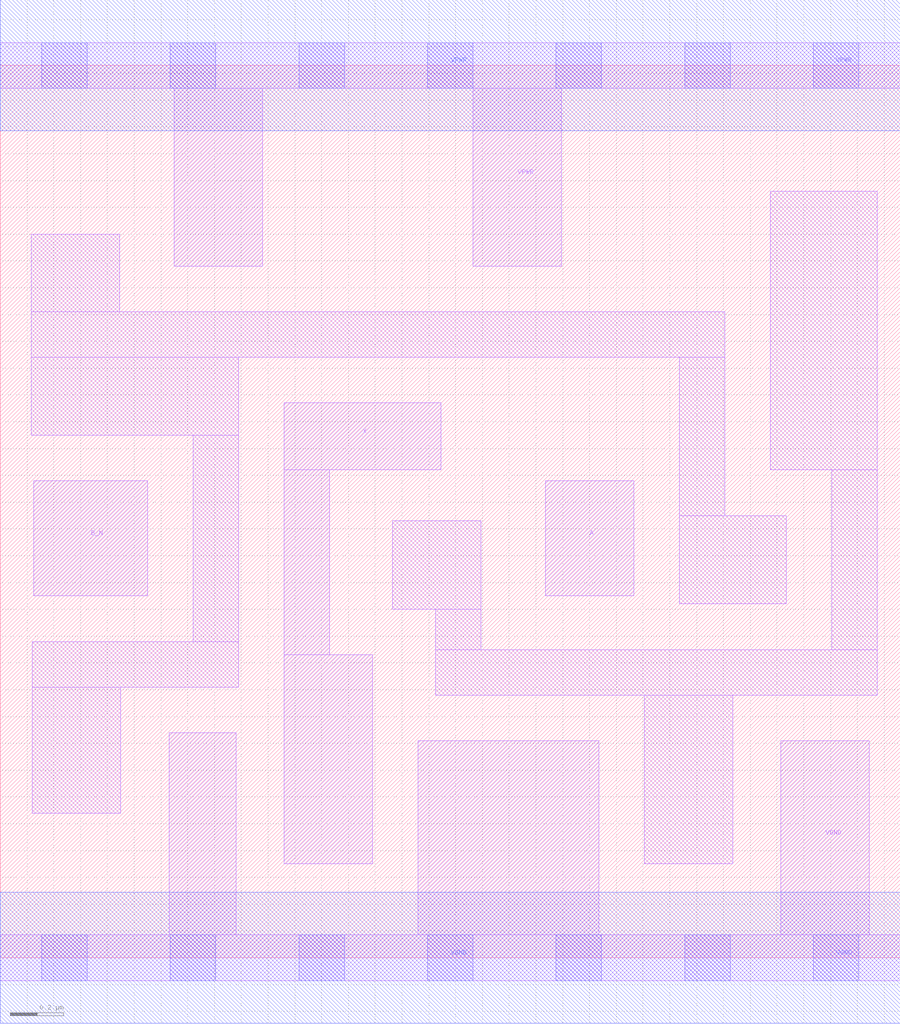
<source format=lef>
# Copyright 2020 The SkyWater PDK Authors
#
# Licensed under the Apache License, Version 2.0 (the "License");
# you may not use this file except in compliance with the License.
# You may obtain a copy of the License at
#
#     https://www.apache.org/licenses/LICENSE-2.0
#
# Unless required by applicable law or agreed to in writing, software
# distributed under the License is distributed on an "AS IS" BASIS,
# WITHOUT WARRANTIES OR CONDITIONS OF ANY KIND, either express or implied.
# See the License for the specific language governing permissions and
# limitations under the License.
#
# SPDX-License-Identifier: Apache-2.0

VERSION 5.7 ;
  NAMESCASESENSITIVE ON ;
  NOWIREEXTENSIONATPIN ON ;
  DIVIDERCHAR "/" ;
  BUSBITCHARS "[]" ;
UNITS
  DATABASE MICRONS 200 ;
END UNITS
MACRO sky130_fd_sc_ls__or2b_2
  CLASS CORE ;
  SOURCE USER ;
  FOREIGN sky130_fd_sc_ls__or2b_2 ;
  ORIGIN  0.000000  0.000000 ;
  SIZE  3.360000 BY  3.330000 ;
  SYMMETRY X Y ;
  SITE unit ;
  PIN A
    ANTENNAGATEAREA  0.246000 ;
    DIRECTION INPUT ;
    USE SIGNAL ;
    PORT
      LAYER li1 ;
        RECT 2.035000 1.350000 2.365000 1.780000 ;
    END
  END A
  PIN B_N
    ANTENNAGATEAREA  0.208500 ;
    DIRECTION INPUT ;
    USE SIGNAL ;
    PORT
      LAYER li1 ;
        RECT 0.125000 1.350000 0.550000 1.780000 ;
    END
  END B_N
  PIN X
    ANTENNADIFFAREA  0.787700 ;
    DIRECTION OUTPUT ;
    USE SIGNAL ;
    PORT
      LAYER li1 ;
        RECT 1.060000 0.350000 1.390000 1.130000 ;
        RECT 1.060000 1.130000 1.230000 1.820000 ;
        RECT 1.060000 1.820000 1.645000 2.070000 ;
    END
  END X
  PIN VGND
    DIRECTION INOUT ;
    SHAPE ABUTMENT ;
    USE GROUND ;
    PORT
      LAYER li1 ;
        RECT 0.000000 -0.085000 3.360000 0.085000 ;
        RECT 0.630000  0.085000 0.880000 0.840000 ;
        RECT 1.560000  0.085000 2.235000 0.810000 ;
        RECT 2.915000  0.085000 3.245000 0.810000 ;
      LAYER mcon ;
        RECT 0.155000 -0.085000 0.325000 0.085000 ;
        RECT 0.635000 -0.085000 0.805000 0.085000 ;
        RECT 1.115000 -0.085000 1.285000 0.085000 ;
        RECT 1.595000 -0.085000 1.765000 0.085000 ;
        RECT 2.075000 -0.085000 2.245000 0.085000 ;
        RECT 2.555000 -0.085000 2.725000 0.085000 ;
        RECT 3.035000 -0.085000 3.205000 0.085000 ;
      LAYER met1 ;
        RECT 0.000000 -0.245000 3.360000 0.245000 ;
    END
  END VGND
  PIN VPWR
    DIRECTION INOUT ;
    SHAPE ABUTMENT ;
    USE POWER ;
    PORT
      LAYER li1 ;
        RECT 0.000000 3.245000 3.360000 3.415000 ;
        RECT 0.650000 2.580000 0.980000 3.245000 ;
        RECT 1.765000 2.580000 2.095000 3.245000 ;
      LAYER mcon ;
        RECT 0.155000 3.245000 0.325000 3.415000 ;
        RECT 0.635000 3.245000 0.805000 3.415000 ;
        RECT 1.115000 3.245000 1.285000 3.415000 ;
        RECT 1.595000 3.245000 1.765000 3.415000 ;
        RECT 2.075000 3.245000 2.245000 3.415000 ;
        RECT 2.555000 3.245000 2.725000 3.415000 ;
        RECT 3.035000 3.245000 3.205000 3.415000 ;
      LAYER met1 ;
        RECT 0.000000 3.085000 3.360000 3.575000 ;
    END
  END VPWR
  OBS
    LAYER li1 ;
      RECT 0.115000 1.950000 0.890000 2.240000 ;
      RECT 0.115000 2.240000 2.705000 2.410000 ;
      RECT 0.115000 2.410000 0.445000 2.700000 ;
      RECT 0.120000 0.540000 0.450000 1.010000 ;
      RECT 0.120000 1.010000 0.890000 1.180000 ;
      RECT 0.720000 1.180000 0.890000 1.950000 ;
      RECT 1.465000 1.300000 1.795000 1.630000 ;
      RECT 1.625000 0.980000 3.275000 1.150000 ;
      RECT 1.625000 1.150000 1.795000 1.300000 ;
      RECT 2.405000 0.350000 2.735000 0.980000 ;
      RECT 2.535000 1.320000 2.935000 1.650000 ;
      RECT 2.535000 1.650000 2.705000 2.240000 ;
      RECT 2.875000 1.820000 3.275000 2.860000 ;
      RECT 3.105000 1.150000 3.275000 1.820000 ;
  END
END sky130_fd_sc_ls__or2b_2

</source>
